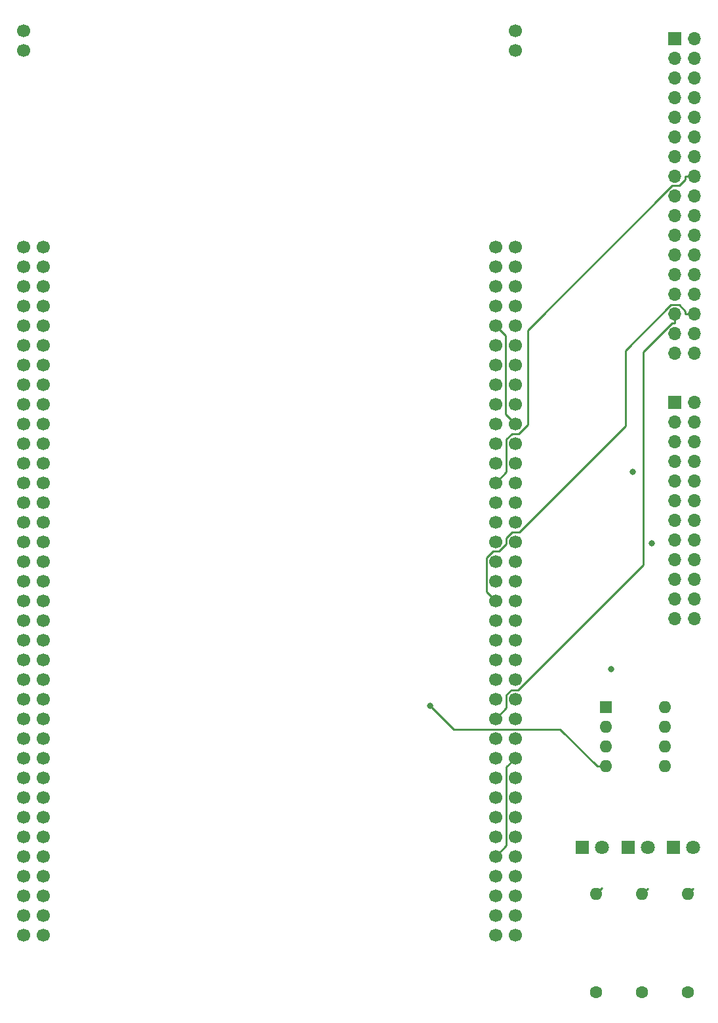
<source format=gbr>
%TF.GenerationSoftware,KiCad,Pcbnew,(5.1.10)-1*%
%TF.CreationDate,2022-06-15T22:29:57+09:00*%
%TF.ProjectId,2022_barami,32303232-5f62-4617-9261-6d692e6b6963,rev?*%
%TF.SameCoordinates,Original*%
%TF.FileFunction,Copper,L1,Top*%
%TF.FilePolarity,Positive*%
%FSLAX46Y46*%
G04 Gerber Fmt 4.6, Leading zero omitted, Abs format (unit mm)*
G04 Created by KiCad (PCBNEW (5.1.10)-1) date 2022-06-15 22:29:57*
%MOMM*%
%LPD*%
G01*
G04 APERTURE LIST*
%TA.AperFunction,ComponentPad*%
%ADD10C,1.700000*%
%TD*%
%TA.AperFunction,ComponentPad*%
%ADD11O,1.600000X1.600000*%
%TD*%
%TA.AperFunction,ComponentPad*%
%ADD12C,1.600000*%
%TD*%
%TA.AperFunction,ComponentPad*%
%ADD13R,1.600000X1.600000*%
%TD*%
%TA.AperFunction,ComponentPad*%
%ADD14O,1.700000X1.700000*%
%TD*%
%TA.AperFunction,ComponentPad*%
%ADD15R,1.700000X1.700000*%
%TD*%
%TA.AperFunction,ComponentPad*%
%ADD16C,1.800000*%
%TD*%
%TA.AperFunction,ComponentPad*%
%ADD17R,1.800000X1.800000*%
%TD*%
%TA.AperFunction,ViaPad*%
%ADD18C,0.800000*%
%TD*%
%TA.AperFunction,Conductor*%
%ADD19C,0.250000*%
%TD*%
G04 APERTURE END LIST*
D10*
%TO.P,U1,148*%
%TO.N,N/C*%
X143260000Y-45910000D03*
%TO.P,U1,147*%
X143260000Y-43370000D03*
%TO.P,U1,146*%
X79760000Y-45910000D03*
%TO.P,U1,145*%
X79760000Y-43370000D03*
%TO.P,U1,144*%
%TO.N,GND*%
X143260000Y-160210000D03*
%TO.P,U1,143*%
X140720000Y-160210000D03*
%TO.P,U1,142*%
%TO.N,QUADSPI_BK1_NCS*%
X143260000Y-157670000D03*
%TO.P,U1,141*%
%TO.N,N/C*%
X140720000Y-157670000D03*
%TO.P,U1,140*%
X143260000Y-155130000D03*
%TO.P,U1,139*%
X140720000Y-155130000D03*
%TO.P,U1,138*%
%TO.N,LCD_G7*%
X143260000Y-152590000D03*
%TO.P,U1,137*%
%TO.N,LCD_B3*%
X140720000Y-152590000D03*
%TO.P,U1,136*%
%TO.N,N/C*%
X143260000Y-150050000D03*
%TO.P,U1,135*%
%TO.N,GND*%
X140720000Y-150050000D03*
%TO.P,U1,134*%
%TO.N,N/C*%
X143260000Y-147510000D03*
%TO.P,U1,133*%
X140720000Y-147510000D03*
%TO.P,U1,132*%
X143260000Y-144970000D03*
%TO.P,U1,131*%
X140720000Y-144970000D03*
%TO.P,U1,130*%
X143260000Y-142430000D03*
%TO.P,U1,129*%
X140720000Y-142430000D03*
%TO.P,U1,128*%
%TO.N,LCD_G3*%
X143260000Y-139890000D03*
%TO.P,U1,127*%
%TO.N,TIM1_CH3*%
X140720000Y-139890000D03*
%TO.P,U1,126*%
%TO.N,GND*%
X143260000Y-137350000D03*
%TO.P,U1,125*%
%TO.N,LCD_R7*%
X140720000Y-137350000D03*
%TO.P,U1,124*%
%TO.N,TIM1_CH1*%
X143260000Y-134810000D03*
%TO.P,U1,123*%
%TO.N,LCD_CLK*%
X140720000Y-134810000D03*
%TO.P,U1,122*%
%TO.N,N/C*%
X143260000Y-132270000D03*
%TO.P,U1,121*%
%TO.N,LCD_B4*%
X140720000Y-132270000D03*
%TO.P,U1,120*%
%TO.N,N/C*%
X143260000Y-129730000D03*
%TO.P,U1,119*%
X140720000Y-129730000D03*
%TO.P,U1,118*%
X143260000Y-127190000D03*
%TO.P,U1,117*%
%TO.N,QUADSPI_BK1_IO0*%
X140720000Y-127190000D03*
%TO.P,U1,116*%
%TO.N,N/C*%
X143260000Y-124650000D03*
%TO.P,U1,115*%
%TO.N,QUADSPI_BK1_IO1*%
X140720000Y-124650000D03*
%TO.P,U1,114*%
%TO.N,N/C*%
X143260000Y-122110000D03*
%TO.P,U1,113*%
X140720000Y-122110000D03*
%TO.P,U1,112*%
X143260000Y-119570000D03*
%TO.P,U1,111*%
%TO.N,GND*%
X140720000Y-119570000D03*
%TO.P,U1,110*%
%TO.N,N/C*%
X143260000Y-117030000D03*
%TO.P,U1,109*%
%TO.N,LCD_B5*%
X140720000Y-117030000D03*
%TO.P,U1,108*%
%TO.N,N/C*%
X143260000Y-114490000D03*
%TO.P,U1,107*%
X140720000Y-114490000D03*
%TO.P,U1,106*%
X143260000Y-111950000D03*
%TO.P,U1,105*%
X140720000Y-111950000D03*
%TO.P,U1,104*%
%TO.N,GND*%
X143260000Y-109410000D03*
%TO.P,U1,103*%
%TO.N,SPI1_SCK*%
X140720000Y-109410000D03*
%TO.P,U1,102*%
%TO.N,N/C*%
X143260000Y-106870000D03*
%TO.P,U1,101*%
X140720000Y-106870000D03*
%TO.P,U1,100*%
X143260000Y-104330000D03*
%TO.P,U1,99*%
X140720000Y-104330000D03*
%TO.P,U1,98*%
%TO.N,USART1_RX*%
X143260000Y-101790000D03*
%TO.P,U1,97*%
%TO.N,LCD_G4*%
X140720000Y-101790000D03*
%TO.P,U1,96*%
%TO.N,LCD_R6*%
X143260000Y-99250000D03*
%TO.P,U1,95*%
%TO.N,LCD_B3*%
X140720000Y-99250000D03*
%TO.P,U1,94*%
%TO.N,QUADSPI_CLK*%
X143260000Y-96710000D03*
%TO.P,U1,93*%
%TO.N,N/C*%
X140720000Y-96710000D03*
%TO.P,U1,92*%
%TO.N,GND*%
X143260000Y-94170000D03*
%TO.P,U1,91*%
%TO.N,LCD_G6*%
X140720000Y-94170000D03*
%TO.P,U1,90*%
%TO.N,LCD_G5*%
X143260000Y-91630000D03*
%TO.P,U1,89*%
%TO.N,USART1_TX*%
X140720000Y-91630000D03*
%TO.P,U1,88*%
%TO.N,N/C*%
X143260000Y-89090000D03*
%TO.P,U1,87*%
X140720000Y-89090000D03*
%TO.P,U1,86*%
X143260000Y-86550000D03*
%TO.P,U1,85*%
%TO.N,LCD_G2*%
X140720000Y-86550000D03*
%TO.P,U1,84*%
%TO.N,N/C*%
X143260000Y-84010000D03*
%TO.P,U1,83*%
%TO.N,LCD_R4*%
X140720000Y-84010000D03*
%TO.P,U1,82*%
%TO.N,N/C*%
X143260000Y-81470000D03*
%TO.P,U1,81*%
%TO.N,GND*%
X140720000Y-81470000D03*
%TO.P,U1,80*%
%TO.N,N/C*%
X143260000Y-78930000D03*
%TO.P,U1,79*%
X140720000Y-78930000D03*
%TO.P,U1,78*%
X143260000Y-76390000D03*
%TO.P,U1,77*%
%TO.N,LCD_B7*%
X140720000Y-76390000D03*
%TO.P,U1,76*%
%TO.N,LCD_HSYNC*%
X143260000Y-73850000D03*
%TO.P,U1,75*%
%TO.N,LCD_B6*%
X140720000Y-73850000D03*
%TO.P,U1,74*%
%TO.N,N/C*%
X143260000Y-71310000D03*
%TO.P,U1,73*%
X140720000Y-71310000D03*
%TO.P,U1,72*%
%TO.N,GND*%
X82300000Y-160210000D03*
%TO.P,U1,71*%
X79760000Y-160210000D03*
%TO.P,U1,70*%
%TO.N,N/C*%
X82300000Y-157670000D03*
%TO.P,U1,69*%
X79760000Y-157670000D03*
%TO.P,U1,68*%
X82300000Y-155130000D03*
%TO.P,U1,67*%
X79760000Y-155130000D03*
%TO.P,U1,66*%
X82300000Y-152590000D03*
%TO.P,U1,65*%
X79760000Y-152590000D03*
%TO.P,U1,64*%
X82300000Y-150050000D03*
%TO.P,U1,63*%
%TO.N,SPI1_MISO*%
X79760000Y-150050000D03*
%TO.P,U1,62*%
%TO.N,SAI1_SD_A*%
X82300000Y-147510000D03*
%TO.P,U1,61*%
%TO.N,N/C*%
X79760000Y-147510000D03*
%TO.P,U1,60*%
%TO.N,GND*%
X82300000Y-144970000D03*
%TO.P,U1,59*%
%TO.N,N/C*%
X79760000Y-144970000D03*
%TO.P,U1,58*%
X82300000Y-142430000D03*
%TO.P,U1,57*%
%TO.N,LED_ERR*%
X79760000Y-142430000D03*
%TO.P,U1,56*%
%TO.N,SAI1_FS_B*%
X82300000Y-139890000D03*
%TO.P,U1,55*%
%TO.N,LED_RUN*%
X79760000Y-139890000D03*
%TO.P,U1,54*%
%TO.N,SAI1_SCK_B*%
X82300000Y-137350000D03*
%TO.P,U1,53*%
%TO.N,I2C2_SDA*%
X79760000Y-137350000D03*
%TO.P,U1,52*%
%TO.N,N/C*%
X82300000Y-134810000D03*
%TO.P,U1,51*%
%TO.N,I2C2_SCL*%
X79760000Y-134810000D03*
%TO.P,U1,50*%
%TO.N,SAI1_SCK_A*%
X82300000Y-132270000D03*
%TO.P,U1,49*%
%TO.N,GND*%
X79760000Y-132270000D03*
%TO.P,U1,48*%
%TO.N,SAI1_FS_A*%
X82300000Y-129730000D03*
%TO.P,U1,47*%
%TO.N,SAI1_SD_B*%
X79760000Y-129730000D03*
%TO.P,U1,46*%
%TO.N,QUADSPI_BK1_IO2*%
X82300000Y-127190000D03*
%TO.P,U1,45*%
%TO.N,SPI1_MOSI*%
X79760000Y-127190000D03*
%TO.P,U1,44*%
%TO.N,N/C*%
X82300000Y-124650000D03*
%TO.P,U1,43*%
X79760000Y-124650000D03*
%TO.P,U1,42*%
X82300000Y-122110000D03*
%TO.P,U1,41*%
%TO.N,GPIO_EXT3*%
X79760000Y-122110000D03*
%TO.P,U1,40*%
%TO.N,GPIO_EXT1*%
X82300000Y-119570000D03*
%TO.P,U1,39*%
%TO.N,GPIO_EXT2*%
X79760000Y-119570000D03*
%TO.P,U1,38*%
%TO.N,LCD_R5*%
X82300000Y-117030000D03*
%TO.P,U1,37*%
%TO.N,N/C*%
X79760000Y-117030000D03*
%TO.P,U1,36*%
X82300000Y-114490000D03*
%TO.P,U1,35*%
X79760000Y-114490000D03*
%TO.P,U1,34*%
%TO.N,LCD_R3*%
X82300000Y-111950000D03*
%TO.P,U1,33*%
%TO.N,N/C*%
X79760000Y-111950000D03*
%TO.P,U1,32*%
%TO.N,LCD_VSYNC*%
X82300000Y-109410000D03*
%TO.P,U1,31*%
%TO.N,N/C*%
X79760000Y-109410000D03*
%TO.P,U1,30*%
X82300000Y-106870000D03*
%TO.P,U1,29*%
X79760000Y-106870000D03*
%TO.P,U1,28*%
X82300000Y-104330000D03*
%TO.P,U1,27*%
X79760000Y-104330000D03*
%TO.P,U1,26*%
X82300000Y-101790000D03*
%TO.P,U1,25*%
X79760000Y-101790000D03*
%TO.P,U1,24*%
X82300000Y-99250000D03*
%TO.P,U1,23*%
X79760000Y-99250000D03*
%TO.P,U1,22*%
%TO.N,GND*%
X82300000Y-96710000D03*
%TO.P,U1,21*%
%TO.N,N/C*%
X79760000Y-96710000D03*
%TO.P,U1,20*%
%TO.N,GND*%
X82300000Y-94170000D03*
%TO.P,U1,19*%
X79760000Y-94170000D03*
%TO.P,U1,18*%
%TO.N,N/C*%
X82300000Y-91630000D03*
%TO.P,U1,17*%
%TO.N,SPI1_NSS*%
X79760000Y-91630000D03*
%TO.P,U1,16*%
%TO.N,+3V3*%
X82300000Y-89090000D03*
%TO.P,U1,15*%
%TO.N,N/C*%
X79760000Y-89090000D03*
%TO.P,U1,14*%
X82300000Y-86550000D03*
%TO.P,U1,13*%
%TO.N,LCD_BLK*%
X79760000Y-86550000D03*
%TO.P,U1,12*%
%TO.N,N/C*%
X82300000Y-84010000D03*
%TO.P,U1,11*%
X79760000Y-84010000D03*
%TO.P,U1,10*%
X82300000Y-81470000D03*
%TO.P,U1,9*%
%TO.N,QUADSPI_BK1_IO3*%
X79760000Y-81470000D03*
%TO.P,U1,8*%
%TO.N,GND*%
X82300000Y-78930000D03*
%TO.P,U1,7*%
%TO.N,N/C*%
X79760000Y-78930000D03*
%TO.P,U1,6*%
X82300000Y-76390000D03*
%TO.P,U1,5*%
X79760000Y-76390000D03*
%TO.P,U1,4*%
%TO.N,LED_ACT*%
X82300000Y-73850000D03*
%TO.P,U1,3*%
%TO.N,N/C*%
X79760000Y-73850000D03*
%TO.P,U1,2*%
X82300000Y-71310000D03*
%TO.P,U1,1*%
X79760000Y-71310000D03*
%TD*%
D11*
%TO.P,R3,2*%
%TO.N,Net-(D3-Pad2)*%
X165532000Y-154940000D03*
D12*
%TO.P,R3,1*%
%TO.N,LED_ACT*%
X165532000Y-167640000D03*
%TD*%
D11*
%TO.P,R2,2*%
%TO.N,Net-(D2-Pad2)*%
X159591000Y-154940000D03*
D12*
%TO.P,R2,1*%
%TO.N,LED_RUN*%
X159591000Y-167640000D03*
%TD*%
D11*
%TO.P,R1,2*%
%TO.N,Net-(D1-Pad2)*%
X153670000Y-154940000D03*
D12*
%TO.P,R1,1*%
%TO.N,LED_ERR*%
X153670000Y-167640000D03*
%TD*%
D11*
%TO.P,U2,8*%
%TO.N,QUADSPI_BK1_IO0*%
X162560000Y-130810000D03*
%TO.P,U2,4*%
%TO.N,QUADSPI_BK1_IO3*%
X154940000Y-138430000D03*
%TO.P,U2,7*%
%TO.N,GND*%
X162560000Y-133350000D03*
%TO.P,U2,3*%
%TO.N,QUADSPI_BK1_IO1*%
X154940000Y-135890000D03*
%TO.P,U2,6*%
%TO.N,QUADSPI_CLK*%
X162560000Y-135890000D03*
%TO.P,U2,2*%
%TO.N,+3V3*%
X154940000Y-133350000D03*
%TO.P,U2,5*%
%TO.N,QUADSPI_BK1_IO2*%
X162560000Y-138430000D03*
D13*
%TO.P,U2,1*%
%TO.N,QUADSPI_BK1_NCS*%
X154940000Y-130810000D03*
%TD*%
D14*
%TO.P,J2,24*%
%TO.N,GND*%
X166370000Y-119380000D03*
%TO.P,J2,23*%
X163830000Y-119380000D03*
%TO.P,J2,22*%
%TO.N,USART1_RX*%
X166370000Y-116840000D03*
%TO.P,J2,21*%
%TO.N,SPI1_MOSI*%
X163830000Y-116840000D03*
%TO.P,J2,20*%
%TO.N,USART1_TX*%
X166370000Y-114300000D03*
%TO.P,J2,19*%
%TO.N,SPI1_MISO*%
X163830000Y-114300000D03*
%TO.P,J2,18*%
%TO.N,TIM1_CH3*%
X166370000Y-111760000D03*
%TO.P,J2,17*%
%TO.N,SPI1_NSS*%
X163830000Y-111760000D03*
%TO.P,J2,16*%
%TO.N,TIM1_CH1*%
X166370000Y-109220000D03*
%TO.P,J2,15*%
%TO.N,SPI1_SCK*%
X163830000Y-109220000D03*
%TO.P,J2,14*%
%TO.N,I2C2_SCL*%
X166370000Y-106680000D03*
%TO.P,J2,13*%
%TO.N,SAI1_FS_B*%
X163830000Y-106680000D03*
%TO.P,J2,12*%
%TO.N,I2C2_SDA*%
X166370000Y-104140000D03*
%TO.P,J2,11*%
%TO.N,SAI1_SCK_B*%
X163830000Y-104140000D03*
%TO.P,J2,10*%
%TO.N,GPIO_EXT3*%
X166370000Y-101600000D03*
%TO.P,J2,9*%
%TO.N,SAI1_SD_A*%
X163830000Y-101600000D03*
%TO.P,J2,8*%
%TO.N,GPIO_EXT2*%
X166370000Y-99060000D03*
%TO.P,J2,7*%
%TO.N,SAI1_SCK_A*%
X163830000Y-99060000D03*
%TO.P,J2,6*%
%TO.N,GPIO_EXT1*%
X166370000Y-96520000D03*
%TO.P,J2,5*%
%TO.N,SAI1_FS_A*%
X163830000Y-96520000D03*
%TO.P,J2,4*%
%TO.N,N/C*%
X166370000Y-93980000D03*
%TO.P,J2,3*%
%TO.N,SAI1_SD_B*%
X163830000Y-93980000D03*
%TO.P,J2,2*%
%TO.N,+3V3*%
X166370000Y-91440000D03*
D15*
%TO.P,J2,1*%
X163830000Y-91440000D03*
%TD*%
D16*
%TO.P,D3,2*%
%TO.N,Net-(D3-Pad2)*%
X166225000Y-148935000D03*
D17*
%TO.P,D3,1*%
%TO.N,GND*%
X163685000Y-148935000D03*
%TD*%
D16*
%TO.P,D2,2*%
%TO.N,Net-(D2-Pad2)*%
X160325000Y-148935000D03*
D17*
%TO.P,D2,1*%
%TO.N,GND*%
X157785000Y-148935000D03*
%TD*%
D16*
%TO.P,D1,2*%
%TO.N,Net-(D1-Pad2)*%
X154425000Y-148935000D03*
D17*
%TO.P,D1,1*%
%TO.N,GND*%
X151885000Y-148935000D03*
%TD*%
D14*
%TO.P,J1,34*%
%TO.N,LCD_CLK*%
X166370000Y-85090000D03*
%TO.P,J1,33*%
%TO.N,LCD_B7*%
X163830000Y-85090000D03*
%TO.P,J1,32*%
%TO.N,LCD_B6*%
X166370000Y-82550000D03*
%TO.P,J1,31*%
%TO.N,GND*%
X163830000Y-82550000D03*
%TO.P,J1,30*%
%TO.N,LCD_B5*%
X166370000Y-80010000D03*
%TO.P,J1,29*%
%TO.N,LCD_B4*%
X163830000Y-80010000D03*
%TO.P,J1,28*%
%TO.N,N/C*%
X166370000Y-77470000D03*
%TO.P,J1,27*%
%TO.N,GND*%
X163830000Y-77470000D03*
%TO.P,J1,26*%
X166370000Y-74930000D03*
%TO.P,J1,25*%
%TO.N,+3V3*%
X163830000Y-74930000D03*
%TO.P,J1,24*%
X166370000Y-72390000D03*
%TO.P,J1,23*%
%TO.N,LCD_B3*%
X163830000Y-72390000D03*
%TO.P,J1,22*%
%TO.N,GND*%
X166370000Y-69850000D03*
%TO.P,J1,21*%
X163830000Y-69850000D03*
%TO.P,J1,20*%
%TO.N,LCD_BLK*%
X166370000Y-67310000D03*
%TO.P,J1,19*%
%TO.N,GND*%
X163830000Y-67310000D03*
%TO.P,J1,18*%
%TO.N,LCD_G6*%
X166370000Y-64770000D03*
%TO.P,J1,17*%
%TO.N,LCD_G7*%
X163830000Y-64770000D03*
%TO.P,J1,16*%
%TO.N,LCD_G4*%
X166370000Y-62230000D03*
%TO.P,J1,15*%
%TO.N,LCD_G5*%
X163830000Y-62230000D03*
%TO.P,J1,14*%
%TO.N,LCD_G2*%
X166370000Y-59690000D03*
%TO.P,J1,13*%
%TO.N,LCD_G3*%
X163830000Y-59690000D03*
%TO.P,J1,12*%
%TO.N,GND*%
X166370000Y-57150000D03*
%TO.P,J1,11*%
X163830000Y-57150000D03*
%TO.P,J1,10*%
%TO.N,LCD_R6*%
X166370000Y-54610000D03*
%TO.P,J1,9*%
%TO.N,LCD_R7*%
X163830000Y-54610000D03*
%TO.P,J1,8*%
%TO.N,LCD_R4*%
X166370000Y-52070000D03*
%TO.P,J1,7*%
%TO.N,LCD_R5*%
X163830000Y-52070000D03*
%TO.P,J1,6*%
%TO.N,GND*%
X166370000Y-49530000D03*
%TO.P,J1,5*%
%TO.N,LCD_R3*%
X163830000Y-49530000D03*
%TO.P,J1,4*%
%TO.N,GND*%
X166370000Y-46990000D03*
%TO.P,J1,3*%
X163830000Y-46990000D03*
%TO.P,J1,2*%
%TO.N,LCD_VSYNC*%
X166370000Y-44450000D03*
D15*
%TO.P,J1,1*%
%TO.N,LCD_HSYNC*%
X163830000Y-44450000D03*
%TD*%
D18*
%TO.N,GPIO_EXT3*%
X158377000Y-100422000D03*
%TO.N,SAI1_SD_A*%
X160882000Y-109608000D03*
%TO.N,QUADSPI_CLK*%
X155609000Y-125903000D03*
%TO.N,QUADSPI_BK1_IO3*%
X132271000Y-130573000D03*
%TD*%
D19*
%TO.N,LCD_B5*%
X166370000Y-80010000D02*
X165195000Y-80010000D01*
X165195000Y-80010000D02*
X165195000Y-79642700D01*
X165195000Y-79642700D02*
X164382000Y-78829900D01*
X164382000Y-78829900D02*
X163335000Y-78829900D01*
X163335000Y-78829900D02*
X157450000Y-84714300D01*
X157450000Y-84714300D02*
X157450000Y-94420200D01*
X157450000Y-94420200D02*
X143731000Y-108140000D01*
X143731000Y-108140000D02*
X142843000Y-108140000D01*
X142843000Y-108140000D02*
X142085000Y-108898000D01*
X142085000Y-108898000D02*
X142085000Y-109710000D01*
X142085000Y-109710000D02*
X141174000Y-110620000D01*
X141174000Y-110620000D02*
X140359000Y-110620000D01*
X140359000Y-110620000D02*
X139545000Y-111435000D01*
X139545000Y-111435000D02*
X139545000Y-115855000D01*
X139545000Y-115855000D02*
X140720000Y-117030000D01*
%TO.N,LCD_B4*%
X163830000Y-80010000D02*
X163830000Y-81185300D01*
X163830000Y-81185300D02*
X163463000Y-81185300D01*
X163463000Y-81185300D02*
X159720000Y-84927700D01*
X159720000Y-84927700D02*
X159720000Y-112407000D01*
X159720000Y-112407000D02*
X143572000Y-128555000D01*
X143572000Y-128555000D02*
X142734000Y-128555000D01*
X142734000Y-128555000D02*
X142085000Y-129204000D01*
X142085000Y-129204000D02*
X142085000Y-130905000D01*
X142085000Y-130905000D02*
X140720000Y-132270000D01*
%TO.N,LCD_G4*%
X166370000Y-62230000D02*
X165195000Y-62230000D01*
X165195000Y-62230000D02*
X165195000Y-62597400D01*
X165195000Y-62597400D02*
X164387000Y-63405300D01*
X164387000Y-63405300D02*
X163514000Y-63405300D01*
X163514000Y-63405300D02*
X144829000Y-82089800D01*
X144829000Y-82089800D02*
X144829000Y-94310800D01*
X144829000Y-94310800D02*
X143700000Y-95440000D01*
X143700000Y-95440000D02*
X142830000Y-95440000D01*
X142830000Y-95440000D02*
X142085000Y-96185100D01*
X142085000Y-96185100D02*
X142085000Y-100425000D01*
X142085000Y-100425000D02*
X140720000Y-101790000D01*
%TO.N,Net-(D1-Pad2)*%
X154425000Y-154185000D02*
X153670000Y-154940000D01*
%TO.N,GND*%
X143260000Y-137350000D02*
X142085000Y-138525000D01*
X142085000Y-138525000D02*
X142085000Y-148685000D01*
X142085000Y-148685000D02*
X140720000Y-150050000D01*
X140720000Y-81470000D02*
X141990000Y-82740000D01*
X141990000Y-82740000D02*
X141990000Y-92900000D01*
X141990000Y-92900000D02*
X143260000Y-94170000D01*
%TO.N,Net-(D2-Pad2)*%
X160325000Y-154206000D02*
X159591000Y-154940000D01*
%TO.N,Net-(D3-Pad2)*%
X166225000Y-154247000D02*
X165532000Y-154940000D01*
%TO.N,QUADSPI_BK1_IO3*%
X154940000Y-138430000D02*
X153815000Y-138430000D01*
X153815000Y-138430000D02*
X149019000Y-133635000D01*
X149019000Y-133635000D02*
X135332000Y-133635000D01*
X135332000Y-133635000D02*
X132271000Y-130573000D01*
%TD*%
M02*

</source>
